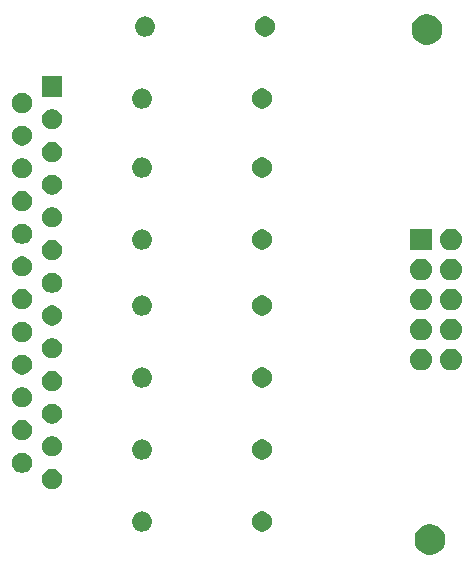
<source format=gbr>
G04 #@! TF.GenerationSoftware,KiCad,Pcbnew,5.1.2-1.fc30*
G04 #@! TF.CreationDate,2019-07-17T03:16:36+02:00*
G04 #@! TF.ProjectId,bsd_programmer,6273645f-7072-46f6-9772-616d6d65722e,1.0*
G04 #@! TF.SameCoordinates,Original*
G04 #@! TF.FileFunction,Soldermask,Top*
G04 #@! TF.FilePolarity,Negative*
%FSLAX46Y46*%
G04 Gerber Fmt 4.6, Leading zero omitted, Abs format (unit mm)*
G04 Created by KiCad (PCBNEW 5.1.2-1.fc30) date 2019-07-17 03:16:36*
%MOMM*%
%LPD*%
G04 APERTURE LIST*
%ADD10C,0.100000*%
G04 APERTURE END LIST*
D10*
G36*
X177671487Y-110762996D02*
G01*
X177908253Y-110861068D01*
X177908255Y-110861069D01*
X178063913Y-110965076D01*
X178121339Y-111003447D01*
X178302553Y-111184661D01*
X178444932Y-111397747D01*
X178543004Y-111634513D01*
X178593000Y-111885861D01*
X178593000Y-112142139D01*
X178543004Y-112393487D01*
X178444932Y-112630253D01*
X178444931Y-112630255D01*
X178302553Y-112843339D01*
X178121339Y-113024553D01*
X177908255Y-113166931D01*
X177908254Y-113166932D01*
X177908253Y-113166932D01*
X177671487Y-113265004D01*
X177420139Y-113315000D01*
X177163861Y-113315000D01*
X176912513Y-113265004D01*
X176675747Y-113166932D01*
X176675746Y-113166932D01*
X176675745Y-113166931D01*
X176462661Y-113024553D01*
X176281447Y-112843339D01*
X176139069Y-112630255D01*
X176139068Y-112630253D01*
X176040996Y-112393487D01*
X175991000Y-112142139D01*
X175991000Y-111885861D01*
X176040996Y-111634513D01*
X176139068Y-111397747D01*
X176281447Y-111184661D01*
X176462661Y-111003447D01*
X176520087Y-110965076D01*
X176675745Y-110861069D01*
X176675747Y-110861068D01*
X176912513Y-110762996D01*
X177163861Y-110713000D01*
X177420139Y-110713000D01*
X177671487Y-110762996D01*
X177671487Y-110762996D01*
G37*
G36*
X163316228Y-109671703D02*
G01*
X163471100Y-109735853D01*
X163610481Y-109828985D01*
X163729015Y-109947519D01*
X163822147Y-110086900D01*
X163886297Y-110241772D01*
X163919000Y-110406184D01*
X163919000Y-110573816D01*
X163886297Y-110738228D01*
X163822147Y-110893100D01*
X163729015Y-111032481D01*
X163610481Y-111151015D01*
X163471100Y-111244147D01*
X163316228Y-111308297D01*
X163151816Y-111341000D01*
X162984184Y-111341000D01*
X162819772Y-111308297D01*
X162664900Y-111244147D01*
X162525519Y-111151015D01*
X162406985Y-111032481D01*
X162313853Y-110893100D01*
X162249703Y-110738228D01*
X162217000Y-110573816D01*
X162217000Y-110406184D01*
X162249703Y-110241772D01*
X162313853Y-110086900D01*
X162406985Y-109947519D01*
X162525519Y-109828985D01*
X162664900Y-109735853D01*
X162819772Y-109671703D01*
X162984184Y-109639000D01*
X163151816Y-109639000D01*
X163316228Y-109671703D01*
X163316228Y-109671703D01*
G37*
G36*
X153074823Y-109651313D02*
G01*
X153235242Y-109699976D01*
X153302361Y-109735852D01*
X153383078Y-109778996D01*
X153512659Y-109885341D01*
X153619004Y-110014922D01*
X153619005Y-110014924D01*
X153698024Y-110162758D01*
X153746687Y-110323177D01*
X153763117Y-110490000D01*
X153746687Y-110656823D01*
X153698024Y-110817242D01*
X153657477Y-110893100D01*
X153619004Y-110965078D01*
X153512659Y-111094659D01*
X153383078Y-111201004D01*
X153383076Y-111201005D01*
X153235242Y-111280024D01*
X153074823Y-111328687D01*
X152949804Y-111341000D01*
X152866196Y-111341000D01*
X152741177Y-111328687D01*
X152580758Y-111280024D01*
X152432924Y-111201005D01*
X152432922Y-111201004D01*
X152303341Y-111094659D01*
X152196996Y-110965078D01*
X152158523Y-110893100D01*
X152117976Y-110817242D01*
X152069313Y-110656823D01*
X152052883Y-110490000D01*
X152069313Y-110323177D01*
X152117976Y-110162758D01*
X152196995Y-110014924D01*
X152196996Y-110014922D01*
X152303341Y-109885341D01*
X152432922Y-109778996D01*
X152513639Y-109735852D01*
X152580758Y-109699976D01*
X152741177Y-109651313D01*
X152866196Y-109639000D01*
X152949804Y-109639000D01*
X153074823Y-109651313D01*
X153074823Y-109651313D01*
G37*
G36*
X145536228Y-106081703D02*
G01*
X145691100Y-106145853D01*
X145830481Y-106238985D01*
X145949015Y-106357519D01*
X146042147Y-106496900D01*
X146106297Y-106651772D01*
X146139000Y-106816184D01*
X146139000Y-106983816D01*
X146106297Y-107148228D01*
X146042147Y-107303100D01*
X145949015Y-107442481D01*
X145830481Y-107561015D01*
X145691100Y-107654147D01*
X145536228Y-107718297D01*
X145371816Y-107751000D01*
X145204184Y-107751000D01*
X145039772Y-107718297D01*
X144884900Y-107654147D01*
X144745519Y-107561015D01*
X144626985Y-107442481D01*
X144533853Y-107303100D01*
X144469703Y-107148228D01*
X144437000Y-106983816D01*
X144437000Y-106816184D01*
X144469703Y-106651772D01*
X144533853Y-106496900D01*
X144626985Y-106357519D01*
X144745519Y-106238985D01*
X144884900Y-106145853D01*
X145039772Y-106081703D01*
X145204184Y-106049000D01*
X145371816Y-106049000D01*
X145536228Y-106081703D01*
X145536228Y-106081703D01*
G37*
G36*
X142996228Y-104696703D02*
G01*
X143151100Y-104760853D01*
X143290481Y-104853985D01*
X143409015Y-104972519D01*
X143502147Y-105111900D01*
X143566297Y-105266772D01*
X143599000Y-105431184D01*
X143599000Y-105598816D01*
X143566297Y-105763228D01*
X143502147Y-105918100D01*
X143409015Y-106057481D01*
X143290481Y-106176015D01*
X143151100Y-106269147D01*
X142996228Y-106333297D01*
X142831816Y-106366000D01*
X142664184Y-106366000D01*
X142499772Y-106333297D01*
X142344900Y-106269147D01*
X142205519Y-106176015D01*
X142086985Y-106057481D01*
X141993853Y-105918100D01*
X141929703Y-105763228D01*
X141897000Y-105598816D01*
X141897000Y-105431184D01*
X141929703Y-105266772D01*
X141993853Y-105111900D01*
X142086985Y-104972519D01*
X142205519Y-104853985D01*
X142344900Y-104760853D01*
X142499772Y-104696703D01*
X142664184Y-104664000D01*
X142831816Y-104664000D01*
X142996228Y-104696703D01*
X142996228Y-104696703D01*
G37*
G36*
X153074823Y-103555313D02*
G01*
X153235242Y-103603976D01*
X153302361Y-103639852D01*
X153383078Y-103682996D01*
X153512659Y-103789341D01*
X153619004Y-103918922D01*
X153619005Y-103918924D01*
X153698024Y-104066758D01*
X153746687Y-104227177D01*
X153763117Y-104394000D01*
X153746687Y-104560823D01*
X153698024Y-104721242D01*
X153657477Y-104797100D01*
X153619004Y-104869078D01*
X153512659Y-104998659D01*
X153383078Y-105105004D01*
X153383076Y-105105005D01*
X153235242Y-105184024D01*
X153074823Y-105232687D01*
X152949804Y-105245000D01*
X152866196Y-105245000D01*
X152741177Y-105232687D01*
X152580758Y-105184024D01*
X152432924Y-105105005D01*
X152432922Y-105105004D01*
X152303341Y-104998659D01*
X152196996Y-104869078D01*
X152158523Y-104797100D01*
X152117976Y-104721242D01*
X152069313Y-104560823D01*
X152052883Y-104394000D01*
X152069313Y-104227177D01*
X152117976Y-104066758D01*
X152196995Y-103918924D01*
X152196996Y-103918922D01*
X152303341Y-103789341D01*
X152432922Y-103682996D01*
X152513639Y-103639852D01*
X152580758Y-103603976D01*
X152741177Y-103555313D01*
X152866196Y-103543000D01*
X152949804Y-103543000D01*
X153074823Y-103555313D01*
X153074823Y-103555313D01*
G37*
G36*
X163316228Y-103575703D02*
G01*
X163471100Y-103639853D01*
X163610481Y-103732985D01*
X163729015Y-103851519D01*
X163822147Y-103990900D01*
X163886297Y-104145772D01*
X163919000Y-104310184D01*
X163919000Y-104477816D01*
X163886297Y-104642228D01*
X163822147Y-104797100D01*
X163729015Y-104936481D01*
X163610481Y-105055015D01*
X163471100Y-105148147D01*
X163316228Y-105212297D01*
X163151816Y-105245000D01*
X162984184Y-105245000D01*
X162819772Y-105212297D01*
X162664900Y-105148147D01*
X162525519Y-105055015D01*
X162406985Y-104936481D01*
X162313853Y-104797100D01*
X162249703Y-104642228D01*
X162217000Y-104477816D01*
X162217000Y-104310184D01*
X162249703Y-104145772D01*
X162313853Y-103990900D01*
X162406985Y-103851519D01*
X162525519Y-103732985D01*
X162664900Y-103639853D01*
X162819772Y-103575703D01*
X162984184Y-103543000D01*
X163151816Y-103543000D01*
X163316228Y-103575703D01*
X163316228Y-103575703D01*
G37*
G36*
X145536228Y-103311703D02*
G01*
X145691100Y-103375853D01*
X145830481Y-103468985D01*
X145949015Y-103587519D01*
X146042147Y-103726900D01*
X146106297Y-103881772D01*
X146139000Y-104046184D01*
X146139000Y-104213816D01*
X146106297Y-104378228D01*
X146042147Y-104533100D01*
X145949015Y-104672481D01*
X145830481Y-104791015D01*
X145691100Y-104884147D01*
X145536228Y-104948297D01*
X145371816Y-104981000D01*
X145204184Y-104981000D01*
X145039772Y-104948297D01*
X144884900Y-104884147D01*
X144745519Y-104791015D01*
X144626985Y-104672481D01*
X144533853Y-104533100D01*
X144469703Y-104378228D01*
X144437000Y-104213816D01*
X144437000Y-104046184D01*
X144469703Y-103881772D01*
X144533853Y-103726900D01*
X144626985Y-103587519D01*
X144745519Y-103468985D01*
X144884900Y-103375853D01*
X145039772Y-103311703D01*
X145204184Y-103279000D01*
X145371816Y-103279000D01*
X145536228Y-103311703D01*
X145536228Y-103311703D01*
G37*
G36*
X142996228Y-101926703D02*
G01*
X143151100Y-101990853D01*
X143290481Y-102083985D01*
X143409015Y-102202519D01*
X143502147Y-102341900D01*
X143566297Y-102496772D01*
X143599000Y-102661184D01*
X143599000Y-102828816D01*
X143566297Y-102993228D01*
X143502147Y-103148100D01*
X143409015Y-103287481D01*
X143290481Y-103406015D01*
X143151100Y-103499147D01*
X142996228Y-103563297D01*
X142831816Y-103596000D01*
X142664184Y-103596000D01*
X142499772Y-103563297D01*
X142344900Y-103499147D01*
X142205519Y-103406015D01*
X142086985Y-103287481D01*
X141993853Y-103148100D01*
X141929703Y-102993228D01*
X141897000Y-102828816D01*
X141897000Y-102661184D01*
X141929703Y-102496772D01*
X141993853Y-102341900D01*
X142086985Y-102202519D01*
X142205519Y-102083985D01*
X142344900Y-101990853D01*
X142499772Y-101926703D01*
X142664184Y-101894000D01*
X142831816Y-101894000D01*
X142996228Y-101926703D01*
X142996228Y-101926703D01*
G37*
G36*
X145536228Y-100541703D02*
G01*
X145691100Y-100605853D01*
X145830481Y-100698985D01*
X145949015Y-100817519D01*
X146042147Y-100956900D01*
X146106297Y-101111772D01*
X146139000Y-101276184D01*
X146139000Y-101443816D01*
X146106297Y-101608228D01*
X146042147Y-101763100D01*
X145949015Y-101902481D01*
X145830481Y-102021015D01*
X145691100Y-102114147D01*
X145536228Y-102178297D01*
X145371816Y-102211000D01*
X145204184Y-102211000D01*
X145039772Y-102178297D01*
X144884900Y-102114147D01*
X144745519Y-102021015D01*
X144626985Y-101902481D01*
X144533853Y-101763100D01*
X144469703Y-101608228D01*
X144437000Y-101443816D01*
X144437000Y-101276184D01*
X144469703Y-101111772D01*
X144533853Y-100956900D01*
X144626985Y-100817519D01*
X144745519Y-100698985D01*
X144884900Y-100605853D01*
X145039772Y-100541703D01*
X145204184Y-100509000D01*
X145371816Y-100509000D01*
X145536228Y-100541703D01*
X145536228Y-100541703D01*
G37*
G36*
X142996228Y-99156703D02*
G01*
X143151100Y-99220853D01*
X143290481Y-99313985D01*
X143409015Y-99432519D01*
X143502147Y-99571900D01*
X143566297Y-99726772D01*
X143599000Y-99891184D01*
X143599000Y-100058816D01*
X143566297Y-100223228D01*
X143502147Y-100378100D01*
X143409015Y-100517481D01*
X143290481Y-100636015D01*
X143151100Y-100729147D01*
X142996228Y-100793297D01*
X142831816Y-100826000D01*
X142664184Y-100826000D01*
X142499772Y-100793297D01*
X142344900Y-100729147D01*
X142205519Y-100636015D01*
X142086985Y-100517481D01*
X141993853Y-100378100D01*
X141929703Y-100223228D01*
X141897000Y-100058816D01*
X141897000Y-99891184D01*
X141929703Y-99726772D01*
X141993853Y-99571900D01*
X142086985Y-99432519D01*
X142205519Y-99313985D01*
X142344900Y-99220853D01*
X142499772Y-99156703D01*
X142664184Y-99124000D01*
X142831816Y-99124000D01*
X142996228Y-99156703D01*
X142996228Y-99156703D01*
G37*
G36*
X145536228Y-97771703D02*
G01*
X145691100Y-97835853D01*
X145830481Y-97928985D01*
X145949015Y-98047519D01*
X146042147Y-98186900D01*
X146106297Y-98341772D01*
X146139000Y-98506184D01*
X146139000Y-98673816D01*
X146106297Y-98838228D01*
X146042147Y-98993100D01*
X145949015Y-99132481D01*
X145830481Y-99251015D01*
X145691100Y-99344147D01*
X145536228Y-99408297D01*
X145371816Y-99441000D01*
X145204184Y-99441000D01*
X145039772Y-99408297D01*
X144884900Y-99344147D01*
X144745519Y-99251015D01*
X144626985Y-99132481D01*
X144533853Y-98993100D01*
X144469703Y-98838228D01*
X144437000Y-98673816D01*
X144437000Y-98506184D01*
X144469703Y-98341772D01*
X144533853Y-98186900D01*
X144626985Y-98047519D01*
X144745519Y-97928985D01*
X144884900Y-97835853D01*
X145039772Y-97771703D01*
X145204184Y-97739000D01*
X145371816Y-97739000D01*
X145536228Y-97771703D01*
X145536228Y-97771703D01*
G37*
G36*
X153074823Y-97459313D02*
G01*
X153235242Y-97507976D01*
X153302361Y-97543852D01*
X153383078Y-97586996D01*
X153512659Y-97693341D01*
X153619004Y-97822922D01*
X153619005Y-97822924D01*
X153698024Y-97970758D01*
X153746687Y-98131177D01*
X153763117Y-98298000D01*
X153746687Y-98464823D01*
X153698024Y-98625242D01*
X153657477Y-98701100D01*
X153619004Y-98773078D01*
X153512659Y-98902659D01*
X153383078Y-99009004D01*
X153383076Y-99009005D01*
X153235242Y-99088024D01*
X153074823Y-99136687D01*
X152949804Y-99149000D01*
X152866196Y-99149000D01*
X152741177Y-99136687D01*
X152580758Y-99088024D01*
X152432924Y-99009005D01*
X152432922Y-99009004D01*
X152303341Y-98902659D01*
X152196996Y-98773078D01*
X152158523Y-98701100D01*
X152117976Y-98625242D01*
X152069313Y-98464823D01*
X152052883Y-98298000D01*
X152069313Y-98131177D01*
X152117976Y-97970758D01*
X152196995Y-97822924D01*
X152196996Y-97822922D01*
X152303341Y-97693341D01*
X152432922Y-97586996D01*
X152513639Y-97543852D01*
X152580758Y-97507976D01*
X152741177Y-97459313D01*
X152866196Y-97447000D01*
X152949804Y-97447000D01*
X153074823Y-97459313D01*
X153074823Y-97459313D01*
G37*
G36*
X163316228Y-97479703D02*
G01*
X163471100Y-97543853D01*
X163610481Y-97636985D01*
X163729015Y-97755519D01*
X163822147Y-97894900D01*
X163886297Y-98049772D01*
X163919000Y-98214184D01*
X163919000Y-98381816D01*
X163886297Y-98546228D01*
X163822147Y-98701100D01*
X163729015Y-98840481D01*
X163610481Y-98959015D01*
X163471100Y-99052147D01*
X163316228Y-99116297D01*
X163151816Y-99149000D01*
X162984184Y-99149000D01*
X162819772Y-99116297D01*
X162664900Y-99052147D01*
X162525519Y-98959015D01*
X162406985Y-98840481D01*
X162313853Y-98701100D01*
X162249703Y-98546228D01*
X162217000Y-98381816D01*
X162217000Y-98214184D01*
X162249703Y-98049772D01*
X162313853Y-97894900D01*
X162406985Y-97755519D01*
X162525519Y-97636985D01*
X162664900Y-97543853D01*
X162819772Y-97479703D01*
X162984184Y-97447000D01*
X163151816Y-97447000D01*
X163316228Y-97479703D01*
X163316228Y-97479703D01*
G37*
G36*
X142996228Y-96386703D02*
G01*
X143151100Y-96450853D01*
X143290481Y-96543985D01*
X143409015Y-96662519D01*
X143502147Y-96801900D01*
X143566297Y-96956772D01*
X143599000Y-97121184D01*
X143599000Y-97288816D01*
X143566297Y-97453228D01*
X143502147Y-97608100D01*
X143409015Y-97747481D01*
X143290481Y-97866015D01*
X143151100Y-97959147D01*
X142996228Y-98023297D01*
X142831816Y-98056000D01*
X142664184Y-98056000D01*
X142499772Y-98023297D01*
X142344900Y-97959147D01*
X142205519Y-97866015D01*
X142086985Y-97747481D01*
X141993853Y-97608100D01*
X141929703Y-97453228D01*
X141897000Y-97288816D01*
X141897000Y-97121184D01*
X141929703Y-96956772D01*
X141993853Y-96801900D01*
X142086985Y-96662519D01*
X142205519Y-96543985D01*
X142344900Y-96450853D01*
X142499772Y-96386703D01*
X142664184Y-96354000D01*
X142831816Y-96354000D01*
X142996228Y-96386703D01*
X142996228Y-96386703D01*
G37*
G36*
X179249294Y-95872633D02*
G01*
X179421695Y-95924931D01*
X179580583Y-96009858D01*
X179719849Y-96124151D01*
X179834142Y-96263417D01*
X179919069Y-96422305D01*
X179971367Y-96594706D01*
X179989025Y-96774000D01*
X179971367Y-96953294D01*
X179919069Y-97125695D01*
X179834142Y-97284583D01*
X179719849Y-97423849D01*
X179580583Y-97538142D01*
X179421695Y-97623069D01*
X179249294Y-97675367D01*
X179114931Y-97688600D01*
X179025069Y-97688600D01*
X178890706Y-97675367D01*
X178718305Y-97623069D01*
X178559417Y-97538142D01*
X178420151Y-97423849D01*
X178305858Y-97284583D01*
X178220931Y-97125695D01*
X178168633Y-96953294D01*
X178150975Y-96774000D01*
X178168633Y-96594706D01*
X178220931Y-96422305D01*
X178305858Y-96263417D01*
X178420151Y-96124151D01*
X178559417Y-96009858D01*
X178718305Y-95924931D01*
X178890706Y-95872633D01*
X179025069Y-95859400D01*
X179114931Y-95859400D01*
X179249294Y-95872633D01*
X179249294Y-95872633D01*
G37*
G36*
X176709294Y-95872633D02*
G01*
X176881695Y-95924931D01*
X177040583Y-96009858D01*
X177179849Y-96124151D01*
X177294142Y-96263417D01*
X177379069Y-96422305D01*
X177431367Y-96594706D01*
X177449025Y-96774000D01*
X177431367Y-96953294D01*
X177379069Y-97125695D01*
X177294142Y-97284583D01*
X177179849Y-97423849D01*
X177040583Y-97538142D01*
X176881695Y-97623069D01*
X176709294Y-97675367D01*
X176574931Y-97688600D01*
X176485069Y-97688600D01*
X176350706Y-97675367D01*
X176178305Y-97623069D01*
X176019417Y-97538142D01*
X175880151Y-97423849D01*
X175765858Y-97284583D01*
X175680931Y-97125695D01*
X175628633Y-96953294D01*
X175610975Y-96774000D01*
X175628633Y-96594706D01*
X175680931Y-96422305D01*
X175765858Y-96263417D01*
X175880151Y-96124151D01*
X176019417Y-96009858D01*
X176178305Y-95924931D01*
X176350706Y-95872633D01*
X176485069Y-95859400D01*
X176574931Y-95859400D01*
X176709294Y-95872633D01*
X176709294Y-95872633D01*
G37*
G36*
X145536228Y-95001703D02*
G01*
X145691100Y-95065853D01*
X145830481Y-95158985D01*
X145949015Y-95277519D01*
X146042147Y-95416900D01*
X146106297Y-95571772D01*
X146139000Y-95736184D01*
X146139000Y-95903816D01*
X146106297Y-96068228D01*
X146042147Y-96223100D01*
X145949015Y-96362481D01*
X145830481Y-96481015D01*
X145691100Y-96574147D01*
X145536228Y-96638297D01*
X145371816Y-96671000D01*
X145204184Y-96671000D01*
X145039772Y-96638297D01*
X144884900Y-96574147D01*
X144745519Y-96481015D01*
X144626985Y-96362481D01*
X144533853Y-96223100D01*
X144469703Y-96068228D01*
X144437000Y-95903816D01*
X144437000Y-95736184D01*
X144469703Y-95571772D01*
X144533853Y-95416900D01*
X144626985Y-95277519D01*
X144745519Y-95158985D01*
X144884900Y-95065853D01*
X145039772Y-95001703D01*
X145204184Y-94969000D01*
X145371816Y-94969000D01*
X145536228Y-95001703D01*
X145536228Y-95001703D01*
G37*
G36*
X142996228Y-93616703D02*
G01*
X143151100Y-93680853D01*
X143290481Y-93773985D01*
X143409015Y-93892519D01*
X143502147Y-94031900D01*
X143566297Y-94186772D01*
X143599000Y-94351184D01*
X143599000Y-94518816D01*
X143566297Y-94683228D01*
X143502147Y-94838100D01*
X143409015Y-94977481D01*
X143290481Y-95096015D01*
X143151100Y-95189147D01*
X142996228Y-95253297D01*
X142831816Y-95286000D01*
X142664184Y-95286000D01*
X142499772Y-95253297D01*
X142344900Y-95189147D01*
X142205519Y-95096015D01*
X142086985Y-94977481D01*
X141993853Y-94838100D01*
X141929703Y-94683228D01*
X141897000Y-94518816D01*
X141897000Y-94351184D01*
X141929703Y-94186772D01*
X141993853Y-94031900D01*
X142086985Y-93892519D01*
X142205519Y-93773985D01*
X142344900Y-93680853D01*
X142499772Y-93616703D01*
X142664184Y-93584000D01*
X142831816Y-93584000D01*
X142996228Y-93616703D01*
X142996228Y-93616703D01*
G37*
G36*
X179249294Y-93332633D02*
G01*
X179421695Y-93384931D01*
X179580583Y-93469858D01*
X179719849Y-93584151D01*
X179834142Y-93723417D01*
X179919069Y-93882305D01*
X179971367Y-94054706D01*
X179989025Y-94234000D01*
X179971367Y-94413294D01*
X179919069Y-94585695D01*
X179834142Y-94744583D01*
X179719849Y-94883849D01*
X179580583Y-94998142D01*
X179421695Y-95083069D01*
X179249294Y-95135367D01*
X179114931Y-95148600D01*
X179025069Y-95148600D01*
X178890706Y-95135367D01*
X178718305Y-95083069D01*
X178559417Y-94998142D01*
X178420151Y-94883849D01*
X178305858Y-94744583D01*
X178220931Y-94585695D01*
X178168633Y-94413294D01*
X178150975Y-94234000D01*
X178168633Y-94054706D01*
X178220931Y-93882305D01*
X178305858Y-93723417D01*
X178420151Y-93584151D01*
X178559417Y-93469858D01*
X178718305Y-93384931D01*
X178890706Y-93332633D01*
X179025069Y-93319400D01*
X179114931Y-93319400D01*
X179249294Y-93332633D01*
X179249294Y-93332633D01*
G37*
G36*
X176709294Y-93332633D02*
G01*
X176881695Y-93384931D01*
X177040583Y-93469858D01*
X177179849Y-93584151D01*
X177294142Y-93723417D01*
X177379069Y-93882305D01*
X177431367Y-94054706D01*
X177449025Y-94234000D01*
X177431367Y-94413294D01*
X177379069Y-94585695D01*
X177294142Y-94744583D01*
X177179849Y-94883849D01*
X177040583Y-94998142D01*
X176881695Y-95083069D01*
X176709294Y-95135367D01*
X176574931Y-95148600D01*
X176485069Y-95148600D01*
X176350706Y-95135367D01*
X176178305Y-95083069D01*
X176019417Y-94998142D01*
X175880151Y-94883849D01*
X175765858Y-94744583D01*
X175680931Y-94585695D01*
X175628633Y-94413294D01*
X175610975Y-94234000D01*
X175628633Y-94054706D01*
X175680931Y-93882305D01*
X175765858Y-93723417D01*
X175880151Y-93584151D01*
X176019417Y-93469858D01*
X176178305Y-93384931D01*
X176350706Y-93332633D01*
X176485069Y-93319400D01*
X176574931Y-93319400D01*
X176709294Y-93332633D01*
X176709294Y-93332633D01*
G37*
G36*
X145536228Y-92231703D02*
G01*
X145691100Y-92295853D01*
X145830481Y-92388985D01*
X145949015Y-92507519D01*
X146042147Y-92646900D01*
X146106297Y-92801772D01*
X146139000Y-92966184D01*
X146139000Y-93133816D01*
X146106297Y-93298228D01*
X146042147Y-93453100D01*
X145949015Y-93592481D01*
X145830481Y-93711015D01*
X145691100Y-93804147D01*
X145536228Y-93868297D01*
X145371816Y-93901000D01*
X145204184Y-93901000D01*
X145039772Y-93868297D01*
X144884900Y-93804147D01*
X144745519Y-93711015D01*
X144626985Y-93592481D01*
X144533853Y-93453100D01*
X144469703Y-93298228D01*
X144437000Y-93133816D01*
X144437000Y-92966184D01*
X144469703Y-92801772D01*
X144533853Y-92646900D01*
X144626985Y-92507519D01*
X144745519Y-92388985D01*
X144884900Y-92295853D01*
X145039772Y-92231703D01*
X145204184Y-92199000D01*
X145371816Y-92199000D01*
X145536228Y-92231703D01*
X145536228Y-92231703D01*
G37*
G36*
X153074823Y-91363313D02*
G01*
X153235242Y-91411976D01*
X153302361Y-91447852D01*
X153383078Y-91490996D01*
X153512659Y-91597341D01*
X153619004Y-91726922D01*
X153619005Y-91726924D01*
X153698024Y-91874758D01*
X153746687Y-92035177D01*
X153763117Y-92202000D01*
X153746687Y-92368823D01*
X153698024Y-92529242D01*
X153657477Y-92605100D01*
X153619004Y-92677078D01*
X153512659Y-92806659D01*
X153383078Y-92913004D01*
X153383076Y-92913005D01*
X153235242Y-92992024D01*
X153074823Y-93040687D01*
X152949804Y-93053000D01*
X152866196Y-93053000D01*
X152741177Y-93040687D01*
X152580758Y-92992024D01*
X152432924Y-92913005D01*
X152432922Y-92913004D01*
X152303341Y-92806659D01*
X152196996Y-92677078D01*
X152158523Y-92605100D01*
X152117976Y-92529242D01*
X152069313Y-92368823D01*
X152052883Y-92202000D01*
X152069313Y-92035177D01*
X152117976Y-91874758D01*
X152196995Y-91726924D01*
X152196996Y-91726922D01*
X152303341Y-91597341D01*
X152432922Y-91490996D01*
X152513639Y-91447852D01*
X152580758Y-91411976D01*
X152741177Y-91363313D01*
X152866196Y-91351000D01*
X152949804Y-91351000D01*
X153074823Y-91363313D01*
X153074823Y-91363313D01*
G37*
G36*
X163316228Y-91383703D02*
G01*
X163471100Y-91447853D01*
X163610481Y-91540985D01*
X163729015Y-91659519D01*
X163822147Y-91798900D01*
X163886297Y-91953772D01*
X163919000Y-92118184D01*
X163919000Y-92285816D01*
X163886297Y-92450228D01*
X163822147Y-92605100D01*
X163729015Y-92744481D01*
X163610481Y-92863015D01*
X163471100Y-92956147D01*
X163316228Y-93020297D01*
X163151816Y-93053000D01*
X162984184Y-93053000D01*
X162819772Y-93020297D01*
X162664900Y-92956147D01*
X162525519Y-92863015D01*
X162406985Y-92744481D01*
X162313853Y-92605100D01*
X162249703Y-92450228D01*
X162217000Y-92285816D01*
X162217000Y-92118184D01*
X162249703Y-91953772D01*
X162313853Y-91798900D01*
X162406985Y-91659519D01*
X162525519Y-91540985D01*
X162664900Y-91447853D01*
X162819772Y-91383703D01*
X162984184Y-91351000D01*
X163151816Y-91351000D01*
X163316228Y-91383703D01*
X163316228Y-91383703D01*
G37*
G36*
X179249294Y-90792633D02*
G01*
X179421695Y-90844931D01*
X179580583Y-90929858D01*
X179719849Y-91044151D01*
X179834142Y-91183417D01*
X179919069Y-91342305D01*
X179971367Y-91514706D01*
X179989025Y-91694000D01*
X179971367Y-91873294D01*
X179919069Y-92045695D01*
X179834142Y-92204583D01*
X179719849Y-92343849D01*
X179580583Y-92458142D01*
X179421695Y-92543069D01*
X179249294Y-92595367D01*
X179114931Y-92608600D01*
X179025069Y-92608600D01*
X178890706Y-92595367D01*
X178718305Y-92543069D01*
X178559417Y-92458142D01*
X178420151Y-92343849D01*
X178305858Y-92204583D01*
X178220931Y-92045695D01*
X178168633Y-91873294D01*
X178150975Y-91694000D01*
X178168633Y-91514706D01*
X178220931Y-91342305D01*
X178305858Y-91183417D01*
X178420151Y-91044151D01*
X178559417Y-90929858D01*
X178718305Y-90844931D01*
X178890706Y-90792633D01*
X179025069Y-90779400D01*
X179114931Y-90779400D01*
X179249294Y-90792633D01*
X179249294Y-90792633D01*
G37*
G36*
X176709294Y-90792633D02*
G01*
X176881695Y-90844931D01*
X177040583Y-90929858D01*
X177179849Y-91044151D01*
X177294142Y-91183417D01*
X177379069Y-91342305D01*
X177431367Y-91514706D01*
X177449025Y-91694000D01*
X177431367Y-91873294D01*
X177379069Y-92045695D01*
X177294142Y-92204583D01*
X177179849Y-92343849D01*
X177040583Y-92458142D01*
X176881695Y-92543069D01*
X176709294Y-92595367D01*
X176574931Y-92608600D01*
X176485069Y-92608600D01*
X176350706Y-92595367D01*
X176178305Y-92543069D01*
X176019417Y-92458142D01*
X175880151Y-92343849D01*
X175765858Y-92204583D01*
X175680931Y-92045695D01*
X175628633Y-91873294D01*
X175610975Y-91694000D01*
X175628633Y-91514706D01*
X175680931Y-91342305D01*
X175765858Y-91183417D01*
X175880151Y-91044151D01*
X176019417Y-90929858D01*
X176178305Y-90844931D01*
X176350706Y-90792633D01*
X176485069Y-90779400D01*
X176574931Y-90779400D01*
X176709294Y-90792633D01*
X176709294Y-90792633D01*
G37*
G36*
X142996228Y-90846703D02*
G01*
X143151100Y-90910853D01*
X143290481Y-91003985D01*
X143409015Y-91122519D01*
X143502147Y-91261900D01*
X143566297Y-91416772D01*
X143599000Y-91581184D01*
X143599000Y-91748816D01*
X143566297Y-91913228D01*
X143502147Y-92068100D01*
X143409015Y-92207481D01*
X143290481Y-92326015D01*
X143151100Y-92419147D01*
X142996228Y-92483297D01*
X142831816Y-92516000D01*
X142664184Y-92516000D01*
X142499772Y-92483297D01*
X142344900Y-92419147D01*
X142205519Y-92326015D01*
X142086985Y-92207481D01*
X141993853Y-92068100D01*
X141929703Y-91913228D01*
X141897000Y-91748816D01*
X141897000Y-91581184D01*
X141929703Y-91416772D01*
X141993853Y-91261900D01*
X142086985Y-91122519D01*
X142205519Y-91003985D01*
X142344900Y-90910853D01*
X142499772Y-90846703D01*
X142664184Y-90814000D01*
X142831816Y-90814000D01*
X142996228Y-90846703D01*
X142996228Y-90846703D01*
G37*
G36*
X145536228Y-89461703D02*
G01*
X145691100Y-89525853D01*
X145830481Y-89618985D01*
X145949015Y-89737519D01*
X146042147Y-89876900D01*
X146106297Y-90031772D01*
X146139000Y-90196184D01*
X146139000Y-90363816D01*
X146106297Y-90528228D01*
X146042147Y-90683100D01*
X145949015Y-90822481D01*
X145830481Y-90941015D01*
X145691100Y-91034147D01*
X145536228Y-91098297D01*
X145371816Y-91131000D01*
X145204184Y-91131000D01*
X145039772Y-91098297D01*
X144884900Y-91034147D01*
X144745519Y-90941015D01*
X144626985Y-90822481D01*
X144533853Y-90683100D01*
X144469703Y-90528228D01*
X144437000Y-90363816D01*
X144437000Y-90196184D01*
X144469703Y-90031772D01*
X144533853Y-89876900D01*
X144626985Y-89737519D01*
X144745519Y-89618985D01*
X144884900Y-89525853D01*
X145039772Y-89461703D01*
X145204184Y-89429000D01*
X145371816Y-89429000D01*
X145536228Y-89461703D01*
X145536228Y-89461703D01*
G37*
G36*
X176709294Y-88252633D02*
G01*
X176881695Y-88304931D01*
X177040583Y-88389858D01*
X177179849Y-88504151D01*
X177294142Y-88643417D01*
X177379069Y-88802305D01*
X177431367Y-88974706D01*
X177449025Y-89154000D01*
X177431367Y-89333294D01*
X177379069Y-89505695D01*
X177294142Y-89664583D01*
X177179849Y-89803849D01*
X177040583Y-89918142D01*
X176881695Y-90003069D01*
X176709294Y-90055367D01*
X176574931Y-90068600D01*
X176485069Y-90068600D01*
X176350706Y-90055367D01*
X176178305Y-90003069D01*
X176019417Y-89918142D01*
X175880151Y-89803849D01*
X175765858Y-89664583D01*
X175680931Y-89505695D01*
X175628633Y-89333294D01*
X175610975Y-89154000D01*
X175628633Y-88974706D01*
X175680931Y-88802305D01*
X175765858Y-88643417D01*
X175880151Y-88504151D01*
X176019417Y-88389858D01*
X176178305Y-88304931D01*
X176350706Y-88252633D01*
X176485069Y-88239400D01*
X176574931Y-88239400D01*
X176709294Y-88252633D01*
X176709294Y-88252633D01*
G37*
G36*
X179249294Y-88252633D02*
G01*
X179421695Y-88304931D01*
X179580583Y-88389858D01*
X179719849Y-88504151D01*
X179834142Y-88643417D01*
X179919069Y-88802305D01*
X179971367Y-88974706D01*
X179989025Y-89154000D01*
X179971367Y-89333294D01*
X179919069Y-89505695D01*
X179834142Y-89664583D01*
X179719849Y-89803849D01*
X179580583Y-89918142D01*
X179421695Y-90003069D01*
X179249294Y-90055367D01*
X179114931Y-90068600D01*
X179025069Y-90068600D01*
X178890706Y-90055367D01*
X178718305Y-90003069D01*
X178559417Y-89918142D01*
X178420151Y-89803849D01*
X178305858Y-89664583D01*
X178220931Y-89505695D01*
X178168633Y-89333294D01*
X178150975Y-89154000D01*
X178168633Y-88974706D01*
X178220931Y-88802305D01*
X178305858Y-88643417D01*
X178420151Y-88504151D01*
X178559417Y-88389858D01*
X178718305Y-88304931D01*
X178890706Y-88252633D01*
X179025069Y-88239400D01*
X179114931Y-88239400D01*
X179249294Y-88252633D01*
X179249294Y-88252633D01*
G37*
G36*
X142996228Y-88076703D02*
G01*
X143151100Y-88140853D01*
X143290481Y-88233985D01*
X143409015Y-88352519D01*
X143502147Y-88491900D01*
X143566297Y-88646772D01*
X143599000Y-88811184D01*
X143599000Y-88978816D01*
X143566297Y-89143228D01*
X143502147Y-89298100D01*
X143409015Y-89437481D01*
X143290481Y-89556015D01*
X143151100Y-89649147D01*
X142996228Y-89713297D01*
X142831816Y-89746000D01*
X142664184Y-89746000D01*
X142499772Y-89713297D01*
X142344900Y-89649147D01*
X142205519Y-89556015D01*
X142086985Y-89437481D01*
X141993853Y-89298100D01*
X141929703Y-89143228D01*
X141897000Y-88978816D01*
X141897000Y-88811184D01*
X141929703Y-88646772D01*
X141993853Y-88491900D01*
X142086985Y-88352519D01*
X142205519Y-88233985D01*
X142344900Y-88140853D01*
X142499772Y-88076703D01*
X142664184Y-88044000D01*
X142831816Y-88044000D01*
X142996228Y-88076703D01*
X142996228Y-88076703D01*
G37*
G36*
X145536228Y-86691703D02*
G01*
X145691100Y-86755853D01*
X145830481Y-86848985D01*
X145949015Y-86967519D01*
X146042147Y-87106900D01*
X146106297Y-87261772D01*
X146139000Y-87426184D01*
X146139000Y-87593816D01*
X146106297Y-87758228D01*
X146042147Y-87913100D01*
X145949015Y-88052481D01*
X145830481Y-88171015D01*
X145691100Y-88264147D01*
X145536228Y-88328297D01*
X145371816Y-88361000D01*
X145204184Y-88361000D01*
X145039772Y-88328297D01*
X144884900Y-88264147D01*
X144745519Y-88171015D01*
X144626985Y-88052481D01*
X144533853Y-87913100D01*
X144469703Y-87758228D01*
X144437000Y-87593816D01*
X144437000Y-87426184D01*
X144469703Y-87261772D01*
X144533853Y-87106900D01*
X144626985Y-86967519D01*
X144745519Y-86848985D01*
X144884900Y-86755853D01*
X145039772Y-86691703D01*
X145204184Y-86659000D01*
X145371816Y-86659000D01*
X145536228Y-86691703D01*
X145536228Y-86691703D01*
G37*
G36*
X179249294Y-85712633D02*
G01*
X179421695Y-85764931D01*
X179580583Y-85849858D01*
X179719849Y-85964151D01*
X179834142Y-86103417D01*
X179919069Y-86262305D01*
X179971367Y-86434706D01*
X179989025Y-86614000D01*
X179971367Y-86793294D01*
X179919069Y-86965695D01*
X179834142Y-87124583D01*
X179719849Y-87263849D01*
X179580583Y-87378142D01*
X179421695Y-87463069D01*
X179249294Y-87515367D01*
X179114931Y-87528600D01*
X179025069Y-87528600D01*
X178890706Y-87515367D01*
X178718305Y-87463069D01*
X178559417Y-87378142D01*
X178420151Y-87263849D01*
X178305858Y-87124583D01*
X178220931Y-86965695D01*
X178168633Y-86793294D01*
X178150975Y-86614000D01*
X178168633Y-86434706D01*
X178220931Y-86262305D01*
X178305858Y-86103417D01*
X178420151Y-85964151D01*
X178559417Y-85849858D01*
X178718305Y-85764931D01*
X178890706Y-85712633D01*
X179025069Y-85699400D01*
X179114931Y-85699400D01*
X179249294Y-85712633D01*
X179249294Y-85712633D01*
G37*
G36*
X177444600Y-87528600D02*
G01*
X175615400Y-87528600D01*
X175615400Y-85699400D01*
X177444600Y-85699400D01*
X177444600Y-87528600D01*
X177444600Y-87528600D01*
G37*
G36*
X153074823Y-85775313D02*
G01*
X153235242Y-85823976D01*
X153302361Y-85859852D01*
X153383078Y-85902996D01*
X153512659Y-86009341D01*
X153619004Y-86138922D01*
X153619005Y-86138924D01*
X153698024Y-86286758D01*
X153746687Y-86447177D01*
X153763117Y-86614000D01*
X153746687Y-86780823D01*
X153698024Y-86941242D01*
X153657477Y-87017100D01*
X153619004Y-87089078D01*
X153512659Y-87218659D01*
X153383078Y-87325004D01*
X153383076Y-87325005D01*
X153235242Y-87404024D01*
X153074823Y-87452687D01*
X152949804Y-87465000D01*
X152866196Y-87465000D01*
X152741177Y-87452687D01*
X152580758Y-87404024D01*
X152432924Y-87325005D01*
X152432922Y-87325004D01*
X152303341Y-87218659D01*
X152196996Y-87089078D01*
X152158523Y-87017100D01*
X152117976Y-86941242D01*
X152069313Y-86780823D01*
X152052883Y-86614000D01*
X152069313Y-86447177D01*
X152117976Y-86286758D01*
X152196995Y-86138924D01*
X152196996Y-86138922D01*
X152303341Y-86009341D01*
X152432922Y-85902996D01*
X152513639Y-85859852D01*
X152580758Y-85823976D01*
X152741177Y-85775313D01*
X152866196Y-85763000D01*
X152949804Y-85763000D01*
X153074823Y-85775313D01*
X153074823Y-85775313D01*
G37*
G36*
X163316228Y-85795703D02*
G01*
X163471100Y-85859853D01*
X163610481Y-85952985D01*
X163729015Y-86071519D01*
X163822147Y-86210900D01*
X163886297Y-86365772D01*
X163919000Y-86530184D01*
X163919000Y-86697816D01*
X163886297Y-86862228D01*
X163822147Y-87017100D01*
X163729015Y-87156481D01*
X163610481Y-87275015D01*
X163471100Y-87368147D01*
X163316228Y-87432297D01*
X163151816Y-87465000D01*
X162984184Y-87465000D01*
X162819772Y-87432297D01*
X162664900Y-87368147D01*
X162525519Y-87275015D01*
X162406985Y-87156481D01*
X162313853Y-87017100D01*
X162249703Y-86862228D01*
X162217000Y-86697816D01*
X162217000Y-86530184D01*
X162249703Y-86365772D01*
X162313853Y-86210900D01*
X162406985Y-86071519D01*
X162525519Y-85952985D01*
X162664900Y-85859853D01*
X162819772Y-85795703D01*
X162984184Y-85763000D01*
X163151816Y-85763000D01*
X163316228Y-85795703D01*
X163316228Y-85795703D01*
G37*
G36*
X142996228Y-85306703D02*
G01*
X143151100Y-85370853D01*
X143290481Y-85463985D01*
X143409015Y-85582519D01*
X143502147Y-85721900D01*
X143566297Y-85876772D01*
X143599000Y-86041184D01*
X143599000Y-86208816D01*
X143566297Y-86373228D01*
X143502147Y-86528100D01*
X143409015Y-86667481D01*
X143290481Y-86786015D01*
X143151100Y-86879147D01*
X142996228Y-86943297D01*
X142831816Y-86976000D01*
X142664184Y-86976000D01*
X142499772Y-86943297D01*
X142344900Y-86879147D01*
X142205519Y-86786015D01*
X142086985Y-86667481D01*
X141993853Y-86528100D01*
X141929703Y-86373228D01*
X141897000Y-86208816D01*
X141897000Y-86041184D01*
X141929703Y-85876772D01*
X141993853Y-85721900D01*
X142086985Y-85582519D01*
X142205519Y-85463985D01*
X142344900Y-85370853D01*
X142499772Y-85306703D01*
X142664184Y-85274000D01*
X142831816Y-85274000D01*
X142996228Y-85306703D01*
X142996228Y-85306703D01*
G37*
G36*
X145536228Y-83921703D02*
G01*
X145691100Y-83985853D01*
X145830481Y-84078985D01*
X145949015Y-84197519D01*
X146042147Y-84336900D01*
X146106297Y-84491772D01*
X146139000Y-84656184D01*
X146139000Y-84823816D01*
X146106297Y-84988228D01*
X146042147Y-85143100D01*
X145949015Y-85282481D01*
X145830481Y-85401015D01*
X145691100Y-85494147D01*
X145536228Y-85558297D01*
X145371816Y-85591000D01*
X145204184Y-85591000D01*
X145039772Y-85558297D01*
X144884900Y-85494147D01*
X144745519Y-85401015D01*
X144626985Y-85282481D01*
X144533853Y-85143100D01*
X144469703Y-84988228D01*
X144437000Y-84823816D01*
X144437000Y-84656184D01*
X144469703Y-84491772D01*
X144533853Y-84336900D01*
X144626985Y-84197519D01*
X144745519Y-84078985D01*
X144884900Y-83985853D01*
X145039772Y-83921703D01*
X145204184Y-83889000D01*
X145371816Y-83889000D01*
X145536228Y-83921703D01*
X145536228Y-83921703D01*
G37*
G36*
X142996228Y-82536703D02*
G01*
X143151100Y-82600853D01*
X143290481Y-82693985D01*
X143409015Y-82812519D01*
X143502147Y-82951900D01*
X143566297Y-83106772D01*
X143599000Y-83271184D01*
X143599000Y-83438816D01*
X143566297Y-83603228D01*
X143502147Y-83758100D01*
X143409015Y-83897481D01*
X143290481Y-84016015D01*
X143151100Y-84109147D01*
X142996228Y-84173297D01*
X142831816Y-84206000D01*
X142664184Y-84206000D01*
X142499772Y-84173297D01*
X142344900Y-84109147D01*
X142205519Y-84016015D01*
X142086985Y-83897481D01*
X141993853Y-83758100D01*
X141929703Y-83603228D01*
X141897000Y-83438816D01*
X141897000Y-83271184D01*
X141929703Y-83106772D01*
X141993853Y-82951900D01*
X142086985Y-82812519D01*
X142205519Y-82693985D01*
X142344900Y-82600853D01*
X142499772Y-82536703D01*
X142664184Y-82504000D01*
X142831816Y-82504000D01*
X142996228Y-82536703D01*
X142996228Y-82536703D01*
G37*
G36*
X145536228Y-81151703D02*
G01*
X145691100Y-81215853D01*
X145830481Y-81308985D01*
X145949015Y-81427519D01*
X146042147Y-81566900D01*
X146106297Y-81721772D01*
X146139000Y-81886184D01*
X146139000Y-82053816D01*
X146106297Y-82218228D01*
X146042147Y-82373100D01*
X145949015Y-82512481D01*
X145830481Y-82631015D01*
X145691100Y-82724147D01*
X145536228Y-82788297D01*
X145371816Y-82821000D01*
X145204184Y-82821000D01*
X145039772Y-82788297D01*
X144884900Y-82724147D01*
X144745519Y-82631015D01*
X144626985Y-82512481D01*
X144533853Y-82373100D01*
X144469703Y-82218228D01*
X144437000Y-82053816D01*
X144437000Y-81886184D01*
X144469703Y-81721772D01*
X144533853Y-81566900D01*
X144626985Y-81427519D01*
X144745519Y-81308985D01*
X144884900Y-81215853D01*
X145039772Y-81151703D01*
X145204184Y-81119000D01*
X145371816Y-81119000D01*
X145536228Y-81151703D01*
X145536228Y-81151703D01*
G37*
G36*
X142996228Y-79766703D02*
G01*
X143151100Y-79830853D01*
X143290481Y-79923985D01*
X143409015Y-80042519D01*
X143502147Y-80181900D01*
X143566297Y-80336772D01*
X143599000Y-80501184D01*
X143599000Y-80668816D01*
X143566297Y-80833228D01*
X143502147Y-80988100D01*
X143409015Y-81127481D01*
X143290481Y-81246015D01*
X143151100Y-81339147D01*
X142996228Y-81403297D01*
X142831816Y-81436000D01*
X142664184Y-81436000D01*
X142499772Y-81403297D01*
X142344900Y-81339147D01*
X142205519Y-81246015D01*
X142086985Y-81127481D01*
X141993853Y-80988100D01*
X141929703Y-80833228D01*
X141897000Y-80668816D01*
X141897000Y-80501184D01*
X141929703Y-80336772D01*
X141993853Y-80181900D01*
X142086985Y-80042519D01*
X142205519Y-79923985D01*
X142344900Y-79830853D01*
X142499772Y-79766703D01*
X142664184Y-79734000D01*
X142831816Y-79734000D01*
X142996228Y-79766703D01*
X142996228Y-79766703D01*
G37*
G36*
X153074823Y-79679313D02*
G01*
X153235242Y-79727976D01*
X153367906Y-79798886D01*
X153383078Y-79806996D01*
X153512659Y-79913341D01*
X153619004Y-80042922D01*
X153619005Y-80042924D01*
X153698024Y-80190758D01*
X153746687Y-80351177D01*
X153763117Y-80518000D01*
X153746687Y-80684823D01*
X153698024Y-80845242D01*
X153657477Y-80921100D01*
X153619004Y-80993078D01*
X153512659Y-81122659D01*
X153383078Y-81229004D01*
X153383076Y-81229005D01*
X153235242Y-81308024D01*
X153074823Y-81356687D01*
X152949804Y-81369000D01*
X152866196Y-81369000D01*
X152741177Y-81356687D01*
X152580758Y-81308024D01*
X152432924Y-81229005D01*
X152432922Y-81229004D01*
X152303341Y-81122659D01*
X152196996Y-80993078D01*
X152158523Y-80921100D01*
X152117976Y-80845242D01*
X152069313Y-80684823D01*
X152052883Y-80518000D01*
X152069313Y-80351177D01*
X152117976Y-80190758D01*
X152196995Y-80042924D01*
X152196996Y-80042922D01*
X152303341Y-79913341D01*
X152432922Y-79806996D01*
X152448094Y-79798886D01*
X152580758Y-79727976D01*
X152741177Y-79679313D01*
X152866196Y-79667000D01*
X152949804Y-79667000D01*
X153074823Y-79679313D01*
X153074823Y-79679313D01*
G37*
G36*
X163316228Y-79699703D02*
G01*
X163471100Y-79763853D01*
X163610481Y-79856985D01*
X163729015Y-79975519D01*
X163822147Y-80114900D01*
X163886297Y-80269772D01*
X163919000Y-80434184D01*
X163919000Y-80601816D01*
X163886297Y-80766228D01*
X163822147Y-80921100D01*
X163729015Y-81060481D01*
X163610481Y-81179015D01*
X163471100Y-81272147D01*
X163316228Y-81336297D01*
X163151816Y-81369000D01*
X162984184Y-81369000D01*
X162819772Y-81336297D01*
X162664900Y-81272147D01*
X162525519Y-81179015D01*
X162406985Y-81060481D01*
X162313853Y-80921100D01*
X162249703Y-80766228D01*
X162217000Y-80601816D01*
X162217000Y-80434184D01*
X162249703Y-80269772D01*
X162313853Y-80114900D01*
X162406985Y-79975519D01*
X162525519Y-79856985D01*
X162664900Y-79763853D01*
X162819772Y-79699703D01*
X162984184Y-79667000D01*
X163151816Y-79667000D01*
X163316228Y-79699703D01*
X163316228Y-79699703D01*
G37*
G36*
X145536228Y-78381703D02*
G01*
X145691100Y-78445853D01*
X145830481Y-78538985D01*
X145949015Y-78657519D01*
X146042147Y-78796900D01*
X146106297Y-78951772D01*
X146139000Y-79116184D01*
X146139000Y-79283816D01*
X146106297Y-79448228D01*
X146042147Y-79603100D01*
X145949015Y-79742481D01*
X145830481Y-79861015D01*
X145691100Y-79954147D01*
X145536228Y-80018297D01*
X145371816Y-80051000D01*
X145204184Y-80051000D01*
X145039772Y-80018297D01*
X144884900Y-79954147D01*
X144745519Y-79861015D01*
X144626985Y-79742481D01*
X144533853Y-79603100D01*
X144469703Y-79448228D01*
X144437000Y-79283816D01*
X144437000Y-79116184D01*
X144469703Y-78951772D01*
X144533853Y-78796900D01*
X144626985Y-78657519D01*
X144745519Y-78538985D01*
X144884900Y-78445853D01*
X145039772Y-78381703D01*
X145204184Y-78349000D01*
X145371816Y-78349000D01*
X145536228Y-78381703D01*
X145536228Y-78381703D01*
G37*
G36*
X142996228Y-76996703D02*
G01*
X143151100Y-77060853D01*
X143290481Y-77153985D01*
X143409015Y-77272519D01*
X143502147Y-77411900D01*
X143566297Y-77566772D01*
X143599000Y-77731184D01*
X143599000Y-77898816D01*
X143566297Y-78063228D01*
X143502147Y-78218100D01*
X143409015Y-78357481D01*
X143290481Y-78476015D01*
X143151100Y-78569147D01*
X142996228Y-78633297D01*
X142831816Y-78666000D01*
X142664184Y-78666000D01*
X142499772Y-78633297D01*
X142344900Y-78569147D01*
X142205519Y-78476015D01*
X142086985Y-78357481D01*
X141993853Y-78218100D01*
X141929703Y-78063228D01*
X141897000Y-77898816D01*
X141897000Y-77731184D01*
X141929703Y-77566772D01*
X141993853Y-77411900D01*
X142086985Y-77272519D01*
X142205519Y-77153985D01*
X142344900Y-77060853D01*
X142499772Y-76996703D01*
X142664184Y-76964000D01*
X142831816Y-76964000D01*
X142996228Y-76996703D01*
X142996228Y-76996703D01*
G37*
G36*
X145536228Y-75611703D02*
G01*
X145691100Y-75675853D01*
X145830481Y-75768985D01*
X145949015Y-75887519D01*
X146042147Y-76026900D01*
X146106297Y-76181772D01*
X146139000Y-76346184D01*
X146139000Y-76513816D01*
X146106297Y-76678228D01*
X146042147Y-76833100D01*
X145949015Y-76972481D01*
X145830481Y-77091015D01*
X145691100Y-77184147D01*
X145536228Y-77248297D01*
X145371816Y-77281000D01*
X145204184Y-77281000D01*
X145039772Y-77248297D01*
X144884900Y-77184147D01*
X144745519Y-77091015D01*
X144626985Y-76972481D01*
X144533853Y-76833100D01*
X144469703Y-76678228D01*
X144437000Y-76513816D01*
X144437000Y-76346184D01*
X144469703Y-76181772D01*
X144533853Y-76026900D01*
X144626985Y-75887519D01*
X144745519Y-75768985D01*
X144884900Y-75675853D01*
X145039772Y-75611703D01*
X145204184Y-75579000D01*
X145371816Y-75579000D01*
X145536228Y-75611703D01*
X145536228Y-75611703D01*
G37*
G36*
X142996228Y-74226703D02*
G01*
X143151100Y-74290853D01*
X143290481Y-74383985D01*
X143409015Y-74502519D01*
X143502147Y-74641900D01*
X143566297Y-74796772D01*
X143599000Y-74961184D01*
X143599000Y-75128816D01*
X143566297Y-75293228D01*
X143502147Y-75448100D01*
X143409015Y-75587481D01*
X143290481Y-75706015D01*
X143151100Y-75799147D01*
X142996228Y-75863297D01*
X142831816Y-75896000D01*
X142664184Y-75896000D01*
X142499772Y-75863297D01*
X142344900Y-75799147D01*
X142205519Y-75706015D01*
X142086985Y-75587481D01*
X141993853Y-75448100D01*
X141929703Y-75293228D01*
X141897000Y-75128816D01*
X141897000Y-74961184D01*
X141929703Y-74796772D01*
X141993853Y-74641900D01*
X142086985Y-74502519D01*
X142205519Y-74383985D01*
X142344900Y-74290853D01*
X142499772Y-74226703D01*
X142664184Y-74194000D01*
X142831816Y-74194000D01*
X142996228Y-74226703D01*
X142996228Y-74226703D01*
G37*
G36*
X163316228Y-73857703D02*
G01*
X163471100Y-73921853D01*
X163610481Y-74014985D01*
X163729015Y-74133519D01*
X163822147Y-74272900D01*
X163886297Y-74427772D01*
X163919000Y-74592184D01*
X163919000Y-74759816D01*
X163886297Y-74924228D01*
X163822147Y-75079100D01*
X163729015Y-75218481D01*
X163610481Y-75337015D01*
X163471100Y-75430147D01*
X163316228Y-75494297D01*
X163151816Y-75527000D01*
X162984184Y-75527000D01*
X162819772Y-75494297D01*
X162664900Y-75430147D01*
X162525519Y-75337015D01*
X162406985Y-75218481D01*
X162313853Y-75079100D01*
X162249703Y-74924228D01*
X162217000Y-74759816D01*
X162217000Y-74592184D01*
X162249703Y-74427772D01*
X162313853Y-74272900D01*
X162406985Y-74133519D01*
X162525519Y-74014985D01*
X162664900Y-73921853D01*
X162819772Y-73857703D01*
X162984184Y-73825000D01*
X163151816Y-73825000D01*
X163316228Y-73857703D01*
X163316228Y-73857703D01*
G37*
G36*
X153074823Y-73837313D02*
G01*
X153235242Y-73885976D01*
X153302361Y-73921852D01*
X153383078Y-73964996D01*
X153512659Y-74071341D01*
X153619004Y-74200922D01*
X153619005Y-74200924D01*
X153698024Y-74348758D01*
X153746687Y-74509177D01*
X153763117Y-74676000D01*
X153746687Y-74842823D01*
X153698024Y-75003242D01*
X153657477Y-75079100D01*
X153619004Y-75151078D01*
X153512659Y-75280659D01*
X153383078Y-75387004D01*
X153383076Y-75387005D01*
X153235242Y-75466024D01*
X153074823Y-75514687D01*
X152949804Y-75527000D01*
X152866196Y-75527000D01*
X152741177Y-75514687D01*
X152580758Y-75466024D01*
X152432924Y-75387005D01*
X152432922Y-75387004D01*
X152303341Y-75280659D01*
X152196996Y-75151078D01*
X152158523Y-75079100D01*
X152117976Y-75003242D01*
X152069313Y-74842823D01*
X152052883Y-74676000D01*
X152069313Y-74509177D01*
X152117976Y-74348758D01*
X152196995Y-74200924D01*
X152196996Y-74200922D01*
X152303341Y-74071341D01*
X152432922Y-73964996D01*
X152513639Y-73921852D01*
X152580758Y-73885976D01*
X152741177Y-73837313D01*
X152866196Y-73825000D01*
X152949804Y-73825000D01*
X153074823Y-73837313D01*
X153074823Y-73837313D01*
G37*
G36*
X146139000Y-74511000D02*
G01*
X144437000Y-74511000D01*
X144437000Y-72809000D01*
X146139000Y-72809000D01*
X146139000Y-74511000D01*
X146139000Y-74511000D01*
G37*
G36*
X177417487Y-67582996D02*
G01*
X177654253Y-67681068D01*
X177654255Y-67681069D01*
X177867339Y-67823447D01*
X178048553Y-68004661D01*
X178115547Y-68104924D01*
X178190932Y-68217747D01*
X178289004Y-68454513D01*
X178339000Y-68705861D01*
X178339000Y-68962139D01*
X178289004Y-69213487D01*
X178204007Y-69418687D01*
X178190931Y-69450255D01*
X178048553Y-69663339D01*
X177867339Y-69844553D01*
X177654255Y-69986931D01*
X177654254Y-69986932D01*
X177654253Y-69986932D01*
X177417487Y-70085004D01*
X177166139Y-70135000D01*
X176909861Y-70135000D01*
X176658513Y-70085004D01*
X176421747Y-69986932D01*
X176421746Y-69986932D01*
X176421745Y-69986931D01*
X176208661Y-69844553D01*
X176027447Y-69663339D01*
X175885069Y-69450255D01*
X175871993Y-69418687D01*
X175786996Y-69213487D01*
X175737000Y-68962139D01*
X175737000Y-68705861D01*
X175786996Y-68454513D01*
X175885068Y-68217747D01*
X175960454Y-68104924D01*
X176027447Y-68004661D01*
X176208661Y-67823447D01*
X176421745Y-67681069D01*
X176421747Y-67681068D01*
X176658513Y-67582996D01*
X176909861Y-67533000D01*
X177166139Y-67533000D01*
X177417487Y-67582996D01*
X177417487Y-67582996D01*
G37*
G36*
X153328823Y-67741313D02*
G01*
X153489242Y-67789976D01*
X153556361Y-67825852D01*
X153637078Y-67868996D01*
X153766659Y-67975341D01*
X153873004Y-68104922D01*
X153873005Y-68104924D01*
X153952024Y-68252758D01*
X154000687Y-68413177D01*
X154017117Y-68580000D01*
X154000687Y-68746823D01*
X153952024Y-68907242D01*
X153911477Y-68983100D01*
X153873004Y-69055078D01*
X153766659Y-69184659D01*
X153637078Y-69291004D01*
X153637076Y-69291005D01*
X153489242Y-69370024D01*
X153328823Y-69418687D01*
X153203804Y-69431000D01*
X153120196Y-69431000D01*
X152995177Y-69418687D01*
X152834758Y-69370024D01*
X152686924Y-69291005D01*
X152686922Y-69291004D01*
X152557341Y-69184659D01*
X152450996Y-69055078D01*
X152412523Y-68983100D01*
X152371976Y-68907242D01*
X152323313Y-68746823D01*
X152306883Y-68580000D01*
X152323313Y-68413177D01*
X152371976Y-68252758D01*
X152450995Y-68104924D01*
X152450996Y-68104922D01*
X152557341Y-67975341D01*
X152686922Y-67868996D01*
X152767639Y-67825852D01*
X152834758Y-67789976D01*
X152995177Y-67741313D01*
X153120196Y-67729000D01*
X153203804Y-67729000D01*
X153328823Y-67741313D01*
X153328823Y-67741313D01*
G37*
G36*
X163570228Y-67761703D02*
G01*
X163725100Y-67825853D01*
X163864481Y-67918985D01*
X163983015Y-68037519D01*
X164076147Y-68176900D01*
X164140297Y-68331772D01*
X164173000Y-68496184D01*
X164173000Y-68663816D01*
X164140297Y-68828228D01*
X164076147Y-68983100D01*
X163983015Y-69122481D01*
X163864481Y-69241015D01*
X163725100Y-69334147D01*
X163570228Y-69398297D01*
X163405816Y-69431000D01*
X163238184Y-69431000D01*
X163073772Y-69398297D01*
X162918900Y-69334147D01*
X162779519Y-69241015D01*
X162660985Y-69122481D01*
X162567853Y-68983100D01*
X162503703Y-68828228D01*
X162471000Y-68663816D01*
X162471000Y-68496184D01*
X162503703Y-68331772D01*
X162567853Y-68176900D01*
X162660985Y-68037519D01*
X162779519Y-67918985D01*
X162918900Y-67825853D01*
X163073772Y-67761703D01*
X163238184Y-67729000D01*
X163405816Y-67729000D01*
X163570228Y-67761703D01*
X163570228Y-67761703D01*
G37*
M02*

</source>
